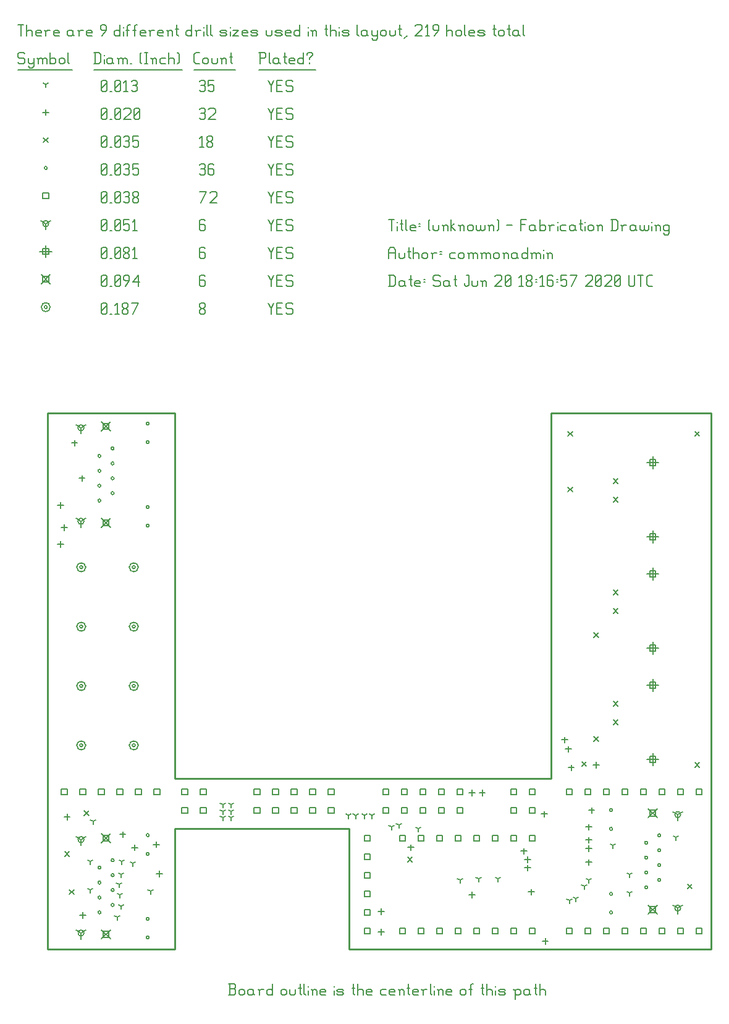
<source format=gbr>
G04 start of page 16 for group -3984 idx -3984 *
G04 Title: (unknown), fab *
G04 Creator: pcb 4.2.0 *
G04 CreationDate: Sat Jun 20 18:16:57 2020 UTC *
G04 For: commonadmin *
G04 Format: Gerber/RS-274X *
G04 PCB-Dimensions (mil): 4000.00 3500.00 *
G04 PCB-Coordinate-Origin: lower left *
%MOIN*%
%FSLAX25Y25*%
%LNFAB*%
%ADD188C,0.0100*%
%ADD187C,0.0075*%
%ADD186C,0.0060*%
%ADD185R,0.0080X0.0080*%
G54D185*X33354Y125000D02*G75*G03X34954Y125000I800J0D01*G01*
G75*G03X33354Y125000I-800J0D01*G01*
X31754D02*G75*G03X36554Y125000I2400J0D01*G01*
G75*G03X31754Y125000I-2400J0D01*G01*
X61700D02*G75*G03X63300Y125000I800J0D01*G01*
G75*G03X61700Y125000I-800J0D01*G01*
X60100D02*G75*G03X64900Y125000I2400J0D01*G01*
G75*G03X60100Y125000I-2400J0D01*G01*
X33354Y221000D02*G75*G03X34954Y221000I800J0D01*G01*
G75*G03X33354Y221000I-800J0D01*G01*
X31754D02*G75*G03X36554Y221000I2400J0D01*G01*
G75*G03X31754Y221000I-2400J0D01*G01*
X61700D02*G75*G03X63300Y221000I800J0D01*G01*
G75*G03X61700Y221000I-800J0D01*G01*
X60100D02*G75*G03X64900Y221000I2400J0D01*G01*
G75*G03X60100Y221000I-2400J0D01*G01*
X33354Y189000D02*G75*G03X34954Y189000I800J0D01*G01*
G75*G03X33354Y189000I-800J0D01*G01*
X31754D02*G75*G03X36554Y189000I2400J0D01*G01*
G75*G03X31754Y189000I-2400J0D01*G01*
X61700D02*G75*G03X63300Y189000I800J0D01*G01*
G75*G03X61700Y189000I-800J0D01*G01*
X60100D02*G75*G03X64900Y189000I2400J0D01*G01*
G75*G03X60100Y189000I-2400J0D01*G01*
X33354Y157000D02*G75*G03X34954Y157000I800J0D01*G01*
G75*G03X33354Y157000I-800J0D01*G01*
X31754D02*G75*G03X36554Y157000I2400J0D01*G01*
G75*G03X31754Y157000I-2400J0D01*G01*
X61700D02*G75*G03X63300Y157000I800J0D01*G01*
G75*G03X61700Y157000I-800J0D01*G01*
X60100D02*G75*G03X64900Y157000I2400J0D01*G01*
G75*G03X60100Y157000I-2400J0D01*G01*
X14200Y361250D02*G75*G03X15800Y361250I800J0D01*G01*
G75*G03X14200Y361250I-800J0D01*G01*
X12600D02*G75*G03X17400Y361250I2400J0D01*G01*
G75*G03X12600Y361250I-2400J0D01*G01*
G54D186*X135000Y363500D02*X136500Y360500D01*
X138000Y363500D01*
X136500Y360500D02*Y357500D01*
X139800Y360800D02*X142050D01*
X139800Y357500D02*X142800D01*
X139800Y363500D02*Y357500D01*
Y363500D02*X142800D01*
X147600D02*X148350Y362750D01*
X145350Y363500D02*X147600D01*
X144600Y362750D02*X145350Y363500D01*
X144600Y362750D02*Y361250D01*
X145350Y360500D01*
X147600D01*
X148350Y359750D01*
Y358250D01*
X147600Y357500D02*X148350Y358250D01*
X145350Y357500D02*X147600D01*
X144600Y358250D02*X145350Y357500D01*
X98000Y358250D02*X98750Y357500D01*
X98000Y359450D02*Y358250D01*
Y359450D02*X99050Y360500D01*
X99950D01*
X101000Y359450D01*
Y358250D01*
X100250Y357500D02*X101000Y358250D01*
X98750Y357500D02*X100250D01*
X98000Y361550D02*X99050Y360500D01*
X98000Y362750D02*Y361550D01*
Y362750D02*X98750Y363500D01*
X100250D01*
X101000Y362750D01*
Y361550D01*
X99950Y360500D02*X101000Y361550D01*
X45000Y358250D02*X45750Y357500D01*
X45000Y362750D02*Y358250D01*
Y362750D02*X45750Y363500D01*
X47250D01*
X48000Y362750D01*
Y358250D01*
X47250Y357500D02*X48000Y358250D01*
X45750Y357500D02*X47250D01*
X45000Y359000D02*X48000Y362000D01*
X49800Y357500D02*X50550D01*
X52350Y362300D02*X53550Y363500D01*
Y357500D01*
X52350D02*X54600D01*
X56400Y358250D02*X57150Y357500D01*
X56400Y359450D02*Y358250D01*
Y359450D02*X57450Y360500D01*
X58350D01*
X59400Y359450D01*
Y358250D01*
X58650Y357500D02*X59400Y358250D01*
X57150Y357500D02*X58650D01*
X56400Y361550D02*X57450Y360500D01*
X56400Y362750D02*Y361550D01*
Y362750D02*X57150Y363500D01*
X58650D01*
X59400Y362750D01*
Y361550D01*
X58350Y360500D02*X59400Y361550D01*
X61950Y357500D02*X64950Y363500D01*
X61200D02*X64950D01*
X340100Y90884D02*X344900Y86084D01*
X340100D02*X344900Y90884D01*
X340900Y90084D02*X344100D01*
X340900D02*Y86884D01*
X344100D01*
Y90084D02*Y86884D01*
X340100Y38916D02*X344900Y34116D01*
X340100D02*X344900Y38916D01*
X340900Y38116D02*X344100D01*
X340900D02*Y34916D01*
X344100D01*
Y38116D02*Y34916D01*
X45100Y247400D02*X49900Y242600D01*
X45100D02*X49900Y247400D01*
X45900Y246600D02*X49100D01*
X45900D02*Y243400D01*
X49100D01*
Y246600D02*Y243400D01*
X45100Y299369D02*X49900Y294569D01*
X45100D02*X49900Y299369D01*
X45900Y298569D02*X49100D01*
X45900D02*Y295369D01*
X49100D01*
Y298569D02*Y295369D01*
X45143Y25439D02*X49943Y20639D01*
X45143D02*X49943Y25439D01*
X45943Y24639D02*X49143D01*
X45943D02*Y21439D01*
X49143D01*
Y24639D02*Y21439D01*
X45143Y77408D02*X49943Y72608D01*
X45143D02*X49943Y77408D01*
X45943Y76608D02*X49143D01*
X45943D02*Y73408D01*
X49143D01*
Y76608D02*Y73408D01*
X12600Y378650D02*X17400Y373850D01*
X12600D02*X17400Y378650D01*
X13400Y377850D02*X16600D01*
X13400D02*Y374650D01*
X16600D01*
Y377850D02*Y374650D01*
X135000Y378500D02*X136500Y375500D01*
X138000Y378500D01*
X136500Y375500D02*Y372500D01*
X139800Y375800D02*X142050D01*
X139800Y372500D02*X142800D01*
X139800Y378500D02*Y372500D01*
Y378500D02*X142800D01*
X147600D02*X148350Y377750D01*
X145350Y378500D02*X147600D01*
X144600Y377750D02*X145350Y378500D01*
X144600Y377750D02*Y376250D01*
X145350Y375500D01*
X147600D01*
X148350Y374750D01*
Y373250D01*
X147600Y372500D02*X148350Y373250D01*
X145350Y372500D02*X147600D01*
X144600Y373250D02*X145350Y372500D01*
X100250Y378500D02*X101000Y377750D01*
X98750Y378500D02*X100250D01*
X98000Y377750D02*X98750Y378500D01*
X98000Y377750D02*Y373250D01*
X98750Y372500D01*
X100250Y375800D02*X101000Y375050D01*
X98000Y375800D02*X100250D01*
X98750Y372500D02*X100250D01*
X101000Y373250D01*
Y375050D02*Y373250D01*
X45000D02*X45750Y372500D01*
X45000Y377750D02*Y373250D01*
Y377750D02*X45750Y378500D01*
X47250D01*
X48000Y377750D01*
Y373250D01*
X47250Y372500D02*X48000Y373250D01*
X45750Y372500D02*X47250D01*
X45000Y374000D02*X48000Y377000D01*
X49800Y372500D02*X50550D01*
X52350Y373250D02*X53100Y372500D01*
X52350Y377750D02*Y373250D01*
Y377750D02*X53100Y378500D01*
X54600D01*
X55350Y377750D01*
Y373250D01*
X54600Y372500D02*X55350Y373250D01*
X53100Y372500D02*X54600D01*
X52350Y374000D02*X55350Y377000D01*
X57900Y372500D02*X60150Y375500D01*
Y377750D02*Y375500D01*
X59400Y378500D02*X60150Y377750D01*
X57900Y378500D02*X59400D01*
X57150Y377750D02*X57900Y378500D01*
X57150Y377750D02*Y376250D01*
X57900Y375500D01*
X60150D01*
X61950Y374750D02*X64950Y378500D01*
X61950Y374750D02*X65700D01*
X64950Y378500D02*Y372500D01*
X342500Y160700D02*Y154300D01*
X339300Y157500D02*X345700D01*
X340900Y159100D02*X344100D01*
X340900D02*Y155900D01*
X344100D01*
Y159100D02*Y155900D01*
X342500Y120700D02*Y114300D01*
X339300Y117500D02*X345700D01*
X340900Y119100D02*X344100D01*
X340900D02*Y115900D01*
X344100D01*
Y119100D02*Y115900D01*
X342500Y220700D02*Y214300D01*
X339300Y217500D02*X345700D01*
X340900Y219100D02*X344100D01*
X340900D02*Y215900D01*
X344100D01*
Y219100D02*Y215900D01*
X342500Y180700D02*Y174300D01*
X339300Y177500D02*X345700D01*
X340900Y179100D02*X344100D01*
X340900D02*Y175900D01*
X344100D01*
Y179100D02*Y175900D01*
X342500Y280700D02*Y274300D01*
X339300Y277500D02*X345700D01*
X340900Y279100D02*X344100D01*
X340900D02*Y275900D01*
X344100D01*
Y279100D02*Y275900D01*
X342500Y240700D02*Y234300D01*
X339300Y237500D02*X345700D01*
X340900Y239100D02*X344100D01*
X340900D02*Y235900D01*
X344100D01*
Y239100D02*Y235900D01*
X15000Y394450D02*Y388050D01*
X11800Y391250D02*X18200D01*
X13400Y392850D02*X16600D01*
X13400D02*Y389650D01*
X16600D01*
Y392850D02*Y389650D01*
X135000Y393500D02*X136500Y390500D01*
X138000Y393500D01*
X136500Y390500D02*Y387500D01*
X139800Y390800D02*X142050D01*
X139800Y387500D02*X142800D01*
X139800Y393500D02*Y387500D01*
Y393500D02*X142800D01*
X147600D02*X148350Y392750D01*
X145350Y393500D02*X147600D01*
X144600Y392750D02*X145350Y393500D01*
X144600Y392750D02*Y391250D01*
X145350Y390500D01*
X147600D01*
X148350Y389750D01*
Y388250D01*
X147600Y387500D02*X148350Y388250D01*
X145350Y387500D02*X147600D01*
X144600Y388250D02*X145350Y387500D01*
X100250Y393500D02*X101000Y392750D01*
X98750Y393500D02*X100250D01*
X98000Y392750D02*X98750Y393500D01*
X98000Y392750D02*Y388250D01*
X98750Y387500D01*
X100250Y390800D02*X101000Y390050D01*
X98000Y390800D02*X100250D01*
X98750Y387500D02*X100250D01*
X101000Y388250D01*
Y390050D02*Y388250D01*
X45000D02*X45750Y387500D01*
X45000Y392750D02*Y388250D01*
Y392750D02*X45750Y393500D01*
X47250D01*
X48000Y392750D01*
Y388250D01*
X47250Y387500D02*X48000Y388250D01*
X45750Y387500D02*X47250D01*
X45000Y389000D02*X48000Y392000D01*
X49800Y387500D02*X50550D01*
X52350Y388250D02*X53100Y387500D01*
X52350Y392750D02*Y388250D01*
Y392750D02*X53100Y393500D01*
X54600D01*
X55350Y392750D01*
Y388250D01*
X54600Y387500D02*X55350Y388250D01*
X53100Y387500D02*X54600D01*
X52350Y389000D02*X55350Y392000D01*
X57150Y388250D02*X57900Y387500D01*
X57150Y389450D02*Y388250D01*
Y389450D02*X58200Y390500D01*
X59100D01*
X60150Y389450D01*
Y388250D01*
X59400Y387500D02*X60150Y388250D01*
X57900Y387500D02*X59400D01*
X57150Y391550D02*X58200Y390500D01*
X57150Y392750D02*Y391550D01*
Y392750D02*X57900Y393500D01*
X59400D01*
X60150Y392750D01*
Y391550D01*
X59100Y390500D02*X60150Y391550D01*
X61950Y392300D02*X63150Y393500D01*
Y387500D01*
X61950D02*X64200D01*
X356004Y37303D02*Y34103D01*
Y37303D02*X358777Y38903D01*
X356004Y37303D02*X353231Y38903D01*
X354404Y37303D02*G75*G03X357604Y37303I1600J0D01*G01*
G75*G03X354404Y37303I-1600J0D01*G01*
X356004Y87697D02*Y84497D01*
Y87697D02*X358777Y89297D01*
X356004Y87697D02*X353231Y89297D01*
X354404Y87697D02*G75*G03X357604Y87697I1600J0D01*G01*
G75*G03X354404Y87697I-1600J0D01*G01*
X33996Y296181D02*Y292981D01*
Y296181D02*X36769Y297781D01*
X33996Y296181D02*X31223Y297781D01*
X32396Y296181D02*G75*G03X35596Y296181I1600J0D01*G01*
G75*G03X32396Y296181I-1600J0D01*G01*
X33996Y245787D02*Y242587D01*
Y245787D02*X36769Y247387D01*
X33996Y245787D02*X31223Y247387D01*
X32396Y245787D02*G75*G03X35596Y245787I1600J0D01*G01*
G75*G03X32396Y245787I-1600J0D01*G01*
X34039Y74220D02*Y71020D01*
Y74220D02*X36813Y75820D01*
X34039Y74220D02*X31266Y75820D01*
X32439Y74220D02*G75*G03X35639Y74220I1600J0D01*G01*
G75*G03X32439Y74220I-1600J0D01*G01*
X34039Y23827D02*Y20627D01*
Y23827D02*X36813Y25427D01*
X34039Y23827D02*X31266Y25427D01*
X32439Y23827D02*G75*G03X35639Y23827I1600J0D01*G01*
G75*G03X32439Y23827I-1600J0D01*G01*
X15000Y406250D02*Y403050D01*
Y406250D02*X17773Y407850D01*
X15000Y406250D02*X12227Y407850D01*
X13400Y406250D02*G75*G03X16600Y406250I1600J0D01*G01*
G75*G03X13400Y406250I-1600J0D01*G01*
X135000Y408500D02*X136500Y405500D01*
X138000Y408500D01*
X136500Y405500D02*Y402500D01*
X139800Y405800D02*X142050D01*
X139800Y402500D02*X142800D01*
X139800Y408500D02*Y402500D01*
Y408500D02*X142800D01*
X147600D02*X148350Y407750D01*
X145350Y408500D02*X147600D01*
X144600Y407750D02*X145350Y408500D01*
X144600Y407750D02*Y406250D01*
X145350Y405500D01*
X147600D01*
X148350Y404750D01*
Y403250D01*
X147600Y402500D02*X148350Y403250D01*
X145350Y402500D02*X147600D01*
X144600Y403250D02*X145350Y402500D01*
X100250Y408500D02*X101000Y407750D01*
X98750Y408500D02*X100250D01*
X98000Y407750D02*X98750Y408500D01*
X98000Y407750D02*Y403250D01*
X98750Y402500D01*
X100250Y405800D02*X101000Y405050D01*
X98000Y405800D02*X100250D01*
X98750Y402500D02*X100250D01*
X101000Y403250D01*
Y405050D02*Y403250D01*
X45000D02*X45750Y402500D01*
X45000Y407750D02*Y403250D01*
Y407750D02*X45750Y408500D01*
X47250D01*
X48000Y407750D01*
Y403250D01*
X47250Y402500D02*X48000Y403250D01*
X45750Y402500D02*X47250D01*
X45000Y404000D02*X48000Y407000D01*
X49800Y402500D02*X50550D01*
X52350Y403250D02*X53100Y402500D01*
X52350Y407750D02*Y403250D01*
Y407750D02*X53100Y408500D01*
X54600D01*
X55350Y407750D01*
Y403250D01*
X54600Y402500D02*X55350Y403250D01*
X53100Y402500D02*X54600D01*
X52350Y404000D02*X55350Y407000D01*
X57150Y408500D02*X60150D01*
X57150D02*Y405500D01*
X57900Y406250D01*
X59400D01*
X60150Y405500D01*
Y403250D01*
X59400Y402500D02*X60150Y403250D01*
X57900Y402500D02*X59400D01*
X57150Y403250D02*X57900Y402500D01*
X61950Y407300D02*X63150Y408500D01*
Y402500D01*
X61950D02*X64200D01*
X186900Y76600D02*X190100D01*
X186900D02*Y73400D01*
X190100D01*
Y76600D02*Y73400D01*
X186900Y66600D02*X190100D01*
X186900D02*Y63400D01*
X190100D01*
Y66600D02*Y63400D01*
X186900Y56600D02*X190100D01*
X186900D02*Y53400D01*
X190100D01*
Y56600D02*Y53400D01*
X186900Y46600D02*X190100D01*
X186900D02*Y43400D01*
X190100D01*
Y46600D02*Y43400D01*
X186900Y36600D02*X190100D01*
X186900D02*Y33400D01*
X190100D01*
Y36600D02*Y33400D01*
X186900Y26600D02*X190100D01*
X186900D02*Y23400D01*
X190100D01*
Y26600D02*Y23400D01*
X275900Y76600D02*X279100D01*
X275900D02*Y73400D01*
X279100D01*
Y76600D02*Y73400D01*
X265900Y76600D02*X269100D01*
X265900D02*Y73400D01*
X269100D01*
Y76600D02*Y73400D01*
X255900Y76600D02*X259100D01*
X255900D02*Y73400D01*
X259100D01*
Y76600D02*Y73400D01*
X245900Y76600D02*X249100D01*
X245900D02*Y73400D01*
X249100D01*
Y76600D02*Y73400D01*
X235900Y76600D02*X239100D01*
X235900D02*Y73400D01*
X239100D01*
Y76600D02*Y73400D01*
X225900Y76600D02*X229100D01*
X225900D02*Y73400D01*
X229100D01*
Y76600D02*Y73400D01*
X215900Y76600D02*X219100D01*
X215900D02*Y73400D01*
X219100D01*
Y76600D02*Y73400D01*
X205900Y76600D02*X209100D01*
X205900D02*Y73400D01*
X209100D01*
Y76600D02*Y73400D01*
X275900Y26600D02*X279100D01*
X275900D02*Y23400D01*
X279100D01*
Y26600D02*Y23400D01*
X265900Y26600D02*X269100D01*
X265900D02*Y23400D01*
X269100D01*
Y26600D02*Y23400D01*
X255900Y26600D02*X259100D01*
X255900D02*Y23400D01*
X259100D01*
Y26600D02*Y23400D01*
X245900Y26600D02*X249100D01*
X245900D02*Y23400D01*
X249100D01*
Y26600D02*Y23400D01*
X235900Y26600D02*X239100D01*
X235900D02*Y23400D01*
X239100D01*
Y26600D02*Y23400D01*
X225900Y26600D02*X229100D01*
X225900D02*Y23400D01*
X229100D01*
Y26600D02*Y23400D01*
X215900Y26600D02*X219100D01*
X215900D02*Y23400D01*
X219100D01*
Y26600D02*Y23400D01*
X205900Y26600D02*X209100D01*
X205900D02*Y23400D01*
X209100D01*
Y26600D02*Y23400D01*
X365900Y101600D02*X369100D01*
X365900D02*Y98400D01*
X369100D01*
Y101600D02*Y98400D01*
X355900Y101600D02*X359100D01*
X355900D02*Y98400D01*
X359100D01*
Y101600D02*Y98400D01*
X345900Y101600D02*X349100D01*
X345900D02*Y98400D01*
X349100D01*
Y101600D02*Y98400D01*
X335900Y101600D02*X339100D01*
X335900D02*Y98400D01*
X339100D01*
Y101600D02*Y98400D01*
X325900Y101600D02*X329100D01*
X325900D02*Y98400D01*
X329100D01*
Y101600D02*Y98400D01*
X315900Y101600D02*X319100D01*
X315900D02*Y98400D01*
X319100D01*
Y101600D02*Y98400D01*
X305900Y101600D02*X309100D01*
X305900D02*Y98400D01*
X309100D01*
Y101600D02*Y98400D01*
X295900Y101600D02*X299100D01*
X295900D02*Y98400D01*
X299100D01*
Y101600D02*Y98400D01*
X365900Y26600D02*X369100D01*
X365900D02*Y23400D01*
X369100D01*
Y26600D02*Y23400D01*
X355900Y26600D02*X359100D01*
X355900D02*Y23400D01*
X359100D01*
Y26600D02*Y23400D01*
X345900Y26600D02*X349100D01*
X345900D02*Y23400D01*
X349100D01*
Y26600D02*Y23400D01*
X335900Y26600D02*X339100D01*
X335900D02*Y23400D01*
X339100D01*
Y26600D02*Y23400D01*
X325900Y26600D02*X329100D01*
X325900D02*Y23400D01*
X329100D01*
Y26600D02*Y23400D01*
X315900Y26600D02*X319100D01*
X315900D02*Y23400D01*
X319100D01*
Y26600D02*Y23400D01*
X305900Y26600D02*X309100D01*
X305900D02*Y23400D01*
X309100D01*
Y26600D02*Y23400D01*
X295900Y26600D02*X299100D01*
X295900D02*Y23400D01*
X299100D01*
Y26600D02*Y23400D01*
X127400Y91600D02*X130600D01*
X127400D02*Y88400D01*
X130600D01*
Y91600D02*Y88400D01*
X127400Y101600D02*X130600D01*
X127400D02*Y98400D01*
X130600D01*
Y101600D02*Y98400D01*
X137400Y91600D02*X140600D01*
X137400D02*Y88400D01*
X140600D01*
Y91600D02*Y88400D01*
X137400Y101600D02*X140600D01*
X137400D02*Y98400D01*
X140600D01*
Y101600D02*Y98400D01*
X147400Y91600D02*X150600D01*
X147400D02*Y88400D01*
X150600D01*
Y91600D02*Y88400D01*
X147400Y101600D02*X150600D01*
X147400D02*Y98400D01*
X150600D01*
Y101600D02*Y98400D01*
X157400Y91600D02*X160600D01*
X157400D02*Y88400D01*
X160600D01*
Y91600D02*Y88400D01*
X157400Y101600D02*X160600D01*
X157400D02*Y98400D01*
X160600D01*
Y101600D02*Y98400D01*
X167400Y91600D02*X170600D01*
X167400D02*Y88400D01*
X170600D01*
Y91600D02*Y88400D01*
X167400Y101600D02*X170600D01*
X167400D02*Y98400D01*
X170600D01*
Y101600D02*Y98400D01*
X196900Y91600D02*X200100D01*
X196900D02*Y88400D01*
X200100D01*
Y91600D02*Y88400D01*
X196900Y101600D02*X200100D01*
X196900D02*Y98400D01*
X200100D01*
Y101600D02*Y98400D01*
X206900Y91600D02*X210100D01*
X206900D02*Y88400D01*
X210100D01*
Y91600D02*Y88400D01*
X206900Y101600D02*X210100D01*
X206900D02*Y98400D01*
X210100D01*
Y101600D02*Y98400D01*
X216900Y91600D02*X220100D01*
X216900D02*Y88400D01*
X220100D01*
Y91600D02*Y88400D01*
X216900Y101600D02*X220100D01*
X216900D02*Y98400D01*
X220100D01*
Y101600D02*Y98400D01*
X226900Y91600D02*X230100D01*
X226900D02*Y88400D01*
X230100D01*
Y91600D02*Y88400D01*
X226900Y101600D02*X230100D01*
X226900D02*Y98400D01*
X230100D01*
Y101600D02*Y98400D01*
X236900Y91600D02*X240100D01*
X236900D02*Y88400D01*
X240100D01*
Y91600D02*Y88400D01*
X236900Y101600D02*X240100D01*
X236900D02*Y98400D01*
X240100D01*
Y101600D02*Y98400D01*
X23400Y101600D02*X26600D01*
X23400D02*Y98400D01*
X26600D01*
Y101600D02*Y98400D01*
X33400Y101600D02*X36600D01*
X33400D02*Y98400D01*
X36600D01*
Y101600D02*Y98400D01*
X43400Y101600D02*X46600D01*
X43400D02*Y98400D01*
X46600D01*
Y101600D02*Y98400D01*
X53400Y101600D02*X56600D01*
X53400D02*Y98400D01*
X56600D01*
Y101600D02*Y98400D01*
X63400Y101600D02*X66600D01*
X63400D02*Y98400D01*
X66600D01*
Y101600D02*Y98400D01*
X73400Y101600D02*X76600D01*
X73400D02*Y98400D01*
X76600D01*
Y101600D02*Y98400D01*
X88400Y101600D02*X91600D01*
X88400D02*Y98400D01*
X91600D01*
Y101600D02*Y98400D01*
X88400Y91600D02*X91600D01*
X88400D02*Y88400D01*
X91600D01*
Y91600D02*Y88400D01*
X98400Y91600D02*X101600D01*
X98400D02*Y88400D01*
X101600D01*
Y91600D02*Y88400D01*
X98400Y101600D02*X101600D01*
X98400D02*Y98400D01*
X101600D01*
Y101600D02*Y98400D01*
X265900Y101600D02*X269100D01*
X265900D02*Y98400D01*
X269100D01*
Y101600D02*Y98400D01*
X265900Y91600D02*X269100D01*
X265900D02*Y88400D01*
X269100D01*
Y91600D02*Y88400D01*
X275900Y91600D02*X279100D01*
X275900D02*Y88400D01*
X279100D01*
Y91600D02*Y88400D01*
X275900Y101600D02*X279100D01*
X275900D02*Y98400D01*
X279100D01*
Y101600D02*Y98400D01*
X13400Y422850D02*X16600D01*
X13400D02*Y419650D01*
X16600D01*
Y422850D02*Y419650D01*
X135000Y423500D02*X136500Y420500D01*
X138000Y423500D01*
X136500Y420500D02*Y417500D01*
X139800Y420800D02*X142050D01*
X139800Y417500D02*X142800D01*
X139800Y423500D02*Y417500D01*
Y423500D02*X142800D01*
X147600D02*X148350Y422750D01*
X145350Y423500D02*X147600D01*
X144600Y422750D02*X145350Y423500D01*
X144600Y422750D02*Y421250D01*
X145350Y420500D01*
X147600D01*
X148350Y419750D01*
Y418250D01*
X147600Y417500D02*X148350Y418250D01*
X145350Y417500D02*X147600D01*
X144600Y418250D02*X145350Y417500D01*
X98750D02*X101750Y423500D01*
X98000D02*X101750D01*
X103550Y422750D02*X104300Y423500D01*
X106550D01*
X107300Y422750D01*
Y421250D01*
X103550Y417500D02*X107300Y421250D01*
X103550Y417500D02*X107300D01*
X45000Y418250D02*X45750Y417500D01*
X45000Y422750D02*Y418250D01*
Y422750D02*X45750Y423500D01*
X47250D01*
X48000Y422750D01*
Y418250D01*
X47250Y417500D02*X48000Y418250D01*
X45750Y417500D02*X47250D01*
X45000Y419000D02*X48000Y422000D01*
X49800Y417500D02*X50550D01*
X52350Y418250D02*X53100Y417500D01*
X52350Y422750D02*Y418250D01*
Y422750D02*X53100Y423500D01*
X54600D01*
X55350Y422750D01*
Y418250D01*
X54600Y417500D02*X55350Y418250D01*
X53100Y417500D02*X54600D01*
X52350Y419000D02*X55350Y422000D01*
X57150Y422750D02*X57900Y423500D01*
X59400D01*
X60150Y422750D01*
X59400Y417500D02*X60150Y418250D01*
X57900Y417500D02*X59400D01*
X57150Y418250D02*X57900Y417500D01*
Y420800D02*X59400D01*
X60150Y422750D02*Y421550D01*
Y420050D02*Y418250D01*
Y420050D02*X59400Y420800D01*
X60150Y421550D02*X59400Y420800D01*
X61950Y418250D02*X62700Y417500D01*
X61950Y419450D02*Y418250D01*
Y419450D02*X63000Y420500D01*
X63900D01*
X64950Y419450D01*
Y418250D01*
X64200Y417500D02*X64950Y418250D01*
X62700Y417500D02*X64200D01*
X61950Y421550D02*X63000Y420500D01*
X61950Y422750D02*Y421550D01*
Y422750D02*X62700Y423500D01*
X64200D01*
X64950Y422750D01*
Y421550D01*
X63900Y420500D02*X64950Y421550D01*
X319220Y44980D02*G75*G03X320820Y44980I800J0D01*G01*
G75*G03X319220Y44980I-800J0D01*G01*
Y34941D02*G75*G03X320820Y34941I800J0D01*G01*
G75*G03X319220Y34941I-800J0D01*G01*
X345243Y60492D02*G75*G03X346843Y60492I800J0D01*G01*
G75*G03X345243Y60492I-800J0D01*G01*
Y52461D02*G75*G03X346843Y52461I800J0D01*G01*
G75*G03X345243Y52461I-800J0D01*G01*
Y68524D02*G75*G03X346843Y68524I800J0D01*G01*
G75*G03X345243Y68524I-800J0D01*G01*
Y76555D02*G75*G03X346843Y76555I800J0D01*G01*
G75*G03X345243Y76555I-800J0D01*G01*
X338157Y64508D02*G75*G03X339757Y64508I800J0D01*G01*
G75*G03X338157Y64508I-800J0D01*G01*
Y72539D02*G75*G03X339757Y72539I800J0D01*G01*
G75*G03X338157Y72539I-800J0D01*G01*
Y56476D02*G75*G03X339757Y56476I800J0D01*G01*
G75*G03X338157Y56476I-800J0D01*G01*
Y48445D02*G75*G03X339757Y48445I800J0D01*G01*
G75*G03X338157Y48445I-800J0D01*G01*
X319220Y90059D02*G75*G03X320820Y90059I800J0D01*G01*
G75*G03X319220Y90059I-800J0D01*G01*
Y80020D02*G75*G03X320820Y80020I800J0D01*G01*
G75*G03X319220Y80020I-800J0D01*G01*
X69180Y288504D02*G75*G03X70780Y288504I800J0D01*G01*
G75*G03X69180Y288504I-800J0D01*G01*
Y298543D02*G75*G03X70780Y298543I800J0D01*G01*
G75*G03X69180Y298543I-800J0D01*G01*
X43157Y272992D02*G75*G03X44757Y272992I800J0D01*G01*
G75*G03X43157Y272992I-800J0D01*G01*
Y281024D02*G75*G03X44757Y281024I800J0D01*G01*
G75*G03X43157Y281024I-800J0D01*G01*
Y264961D02*G75*G03X44757Y264961I800J0D01*G01*
G75*G03X43157Y264961I-800J0D01*G01*
Y256929D02*G75*G03X44757Y256929I800J0D01*G01*
G75*G03X43157Y256929I-800J0D01*G01*
X50243Y268976D02*G75*G03X51843Y268976I800J0D01*G01*
G75*G03X50243Y268976I-800J0D01*G01*
Y260945D02*G75*G03X51843Y260945I800J0D01*G01*
G75*G03X50243Y260945I-800J0D01*G01*
Y277008D02*G75*G03X51843Y277008I800J0D01*G01*
G75*G03X50243Y277008I-800J0D01*G01*
Y285039D02*G75*G03X51843Y285039I800J0D01*G01*
G75*G03X50243Y285039I-800J0D01*G01*
X69180Y243425D02*G75*G03X70780Y243425I800J0D01*G01*
G75*G03X69180Y243425I-800J0D01*G01*
Y253465D02*G75*G03X70780Y253465I800J0D01*G01*
G75*G03X69180Y253465I-800J0D01*G01*
X69224Y66543D02*G75*G03X70824Y66543I800J0D01*G01*
G75*G03X69224Y66543I-800J0D01*G01*
Y76583D02*G75*G03X70824Y76583I800J0D01*G01*
G75*G03X69224Y76583I-800J0D01*G01*
X43200Y51031D02*G75*G03X44800Y51031I800J0D01*G01*
G75*G03X43200Y51031I-800J0D01*G01*
Y59063D02*G75*G03X44800Y59063I800J0D01*G01*
G75*G03X43200Y59063I-800J0D01*G01*
Y43000D02*G75*G03X44800Y43000I800J0D01*G01*
G75*G03X43200Y43000I-800J0D01*G01*
Y34969D02*G75*G03X44800Y34969I800J0D01*G01*
G75*G03X43200Y34969I-800J0D01*G01*
X50287Y47016D02*G75*G03X51887Y47016I800J0D01*G01*
G75*G03X50287Y47016I-800J0D01*G01*
Y38984D02*G75*G03X51887Y38984I800J0D01*G01*
G75*G03X50287Y38984I-800J0D01*G01*
Y55047D02*G75*G03X51887Y55047I800J0D01*G01*
G75*G03X50287Y55047I-800J0D01*G01*
Y63079D02*G75*G03X51887Y63079I800J0D01*G01*
G75*G03X50287Y63079I-800J0D01*G01*
X69224Y21465D02*G75*G03X70824Y21465I800J0D01*G01*
G75*G03X69224Y21465I-800J0D01*G01*
Y31504D02*G75*G03X70824Y31504I800J0D01*G01*
G75*G03X69224Y31504I-800J0D01*G01*
X14200Y436250D02*G75*G03X15800Y436250I800J0D01*G01*
G75*G03X14200Y436250I-800J0D01*G01*
X135000Y438500D02*X136500Y435500D01*
X138000Y438500D01*
X136500Y435500D02*Y432500D01*
X139800Y435800D02*X142050D01*
X139800Y432500D02*X142800D01*
X139800Y438500D02*Y432500D01*
Y438500D02*X142800D01*
X147600D02*X148350Y437750D01*
X145350Y438500D02*X147600D01*
X144600Y437750D02*X145350Y438500D01*
X144600Y437750D02*Y436250D01*
X145350Y435500D01*
X147600D01*
X148350Y434750D01*
Y433250D01*
X147600Y432500D02*X148350Y433250D01*
X145350Y432500D02*X147600D01*
X144600Y433250D02*X145350Y432500D01*
X98000Y437750D02*X98750Y438500D01*
X100250D01*
X101000Y437750D01*
X100250Y432500D02*X101000Y433250D01*
X98750Y432500D02*X100250D01*
X98000Y433250D02*X98750Y432500D01*
Y435800D02*X100250D01*
X101000Y437750D02*Y436550D01*
Y435050D02*Y433250D01*
Y435050D02*X100250Y435800D01*
X101000Y436550D02*X100250Y435800D01*
X105050Y438500D02*X105800Y437750D01*
X103550Y438500D02*X105050D01*
X102800Y437750D02*X103550Y438500D01*
X102800Y437750D02*Y433250D01*
X103550Y432500D01*
X105050Y435800D02*X105800Y435050D01*
X102800Y435800D02*X105050D01*
X103550Y432500D02*X105050D01*
X105800Y433250D01*
Y435050D02*Y433250D01*
X45000D02*X45750Y432500D01*
X45000Y437750D02*Y433250D01*
Y437750D02*X45750Y438500D01*
X47250D01*
X48000Y437750D01*
Y433250D01*
X47250Y432500D02*X48000Y433250D01*
X45750Y432500D02*X47250D01*
X45000Y434000D02*X48000Y437000D01*
X49800Y432500D02*X50550D01*
X52350Y433250D02*X53100Y432500D01*
X52350Y437750D02*Y433250D01*
Y437750D02*X53100Y438500D01*
X54600D01*
X55350Y437750D01*
Y433250D01*
X54600Y432500D02*X55350Y433250D01*
X53100Y432500D02*X54600D01*
X52350Y434000D02*X55350Y437000D01*
X57150Y437750D02*X57900Y438500D01*
X59400D01*
X60150Y437750D01*
X59400Y432500D02*X60150Y433250D01*
X57900Y432500D02*X59400D01*
X57150Y433250D02*X57900Y432500D01*
Y435800D02*X59400D01*
X60150Y437750D02*Y436550D01*
Y435050D02*Y433250D01*
Y435050D02*X59400Y435800D01*
X60150Y436550D02*X59400Y435800D01*
X61950Y438500D02*X64950D01*
X61950D02*Y435500D01*
X62700Y436250D01*
X64200D01*
X64950Y435500D01*
Y433250D01*
X64200Y432500D02*X64950Y433250D01*
X62700Y432500D02*X64200D01*
X61950Y433250D02*X62700Y432500D01*
X321300Y138700D02*X323700Y136300D01*
X321300D02*X323700Y138700D01*
X321300Y148700D02*X323700Y146300D01*
X321300D02*X323700Y148700D01*
X321300Y198700D02*X323700Y196300D01*
X321300D02*X323700Y198700D01*
X321300Y208700D02*X323700Y206300D01*
X321300D02*X323700Y208700D01*
X321300Y258700D02*X323700Y256300D01*
X321300D02*X323700Y258700D01*
X321300Y268700D02*X323700Y266300D01*
X321300D02*X323700Y268700D01*
X361300Y50169D02*X363700Y47769D01*
X361300D02*X363700Y50169D01*
X210300Y64669D02*X212700Y62269D01*
X210300D02*X212700Y64669D01*
X296800Y264169D02*X299200Y261769D01*
X296800D02*X299200Y264169D01*
X296800Y294169D02*X299200Y291769D01*
X296800D02*X299200Y294169D01*
X365300Y115669D02*X367700Y113269D01*
X365300D02*X367700Y115669D01*
X365300Y294169D02*X367700Y291769D01*
X365300D02*X367700Y294169D01*
X310800Y185669D02*X313200Y183269D01*
X310800D02*X313200Y185669D01*
X310800Y129669D02*X313200Y127269D01*
X310800D02*X313200Y129669D01*
X27800Y47169D02*X30200Y44769D01*
X27800D02*X30200Y47169D01*
X25300Y67700D02*X27700Y65300D01*
X25300D02*X27700Y67700D01*
X304300Y116200D02*X306700Y113800D01*
X304300D02*X306700Y116200D01*
X35800Y89700D02*X38200Y87300D01*
X35800D02*X38200Y89700D01*
X13800Y452450D02*X16200Y450050D01*
X13800D02*X16200Y452450D01*
X135000Y453500D02*X136500Y450500D01*
X138000Y453500D01*
X136500Y450500D02*Y447500D01*
X139800Y450800D02*X142050D01*
X139800Y447500D02*X142800D01*
X139800Y453500D02*Y447500D01*
Y453500D02*X142800D01*
X147600D02*X148350Y452750D01*
X145350Y453500D02*X147600D01*
X144600Y452750D02*X145350Y453500D01*
X144600Y452750D02*Y451250D01*
X145350Y450500D01*
X147600D01*
X148350Y449750D01*
Y448250D01*
X147600Y447500D02*X148350Y448250D01*
X145350Y447500D02*X147600D01*
X144600Y448250D02*X145350Y447500D01*
X98000Y452300D02*X99200Y453500D01*
Y447500D01*
X98000D02*X100250D01*
X102050Y448250D02*X102800Y447500D01*
X102050Y449450D02*Y448250D01*
Y449450D02*X103100Y450500D01*
X104000D01*
X105050Y449450D01*
Y448250D01*
X104300Y447500D02*X105050Y448250D01*
X102800Y447500D02*X104300D01*
X102050Y451550D02*X103100Y450500D01*
X102050Y452750D02*Y451550D01*
Y452750D02*X102800Y453500D01*
X104300D01*
X105050Y452750D01*
Y451550D01*
X104000Y450500D02*X105050Y451550D01*
X45000Y448250D02*X45750Y447500D01*
X45000Y452750D02*Y448250D01*
Y452750D02*X45750Y453500D01*
X47250D01*
X48000Y452750D01*
Y448250D01*
X47250Y447500D02*X48000Y448250D01*
X45750Y447500D02*X47250D01*
X45000Y449000D02*X48000Y452000D01*
X49800Y447500D02*X50550D01*
X52350Y448250D02*X53100Y447500D01*
X52350Y452750D02*Y448250D01*
Y452750D02*X53100Y453500D01*
X54600D01*
X55350Y452750D01*
Y448250D01*
X54600Y447500D02*X55350Y448250D01*
X53100Y447500D02*X54600D01*
X52350Y449000D02*X55350Y452000D01*
X57150Y452750D02*X57900Y453500D01*
X59400D01*
X60150Y452750D01*
X59400Y447500D02*X60150Y448250D01*
X57900Y447500D02*X59400D01*
X57150Y448250D02*X57900Y447500D01*
Y450800D02*X59400D01*
X60150Y452750D02*Y451550D01*
Y450050D02*Y448250D01*
Y450050D02*X59400Y450800D01*
X60150Y451550D02*X59400Y450800D01*
X61950Y453500D02*X64950D01*
X61950D02*Y450500D01*
X62700Y451250D01*
X64200D01*
X64950Y450500D01*
Y448250D01*
X64200Y447500D02*X64950Y448250D01*
X62700Y447500D02*X64200D01*
X61950Y448250D02*X62700Y447500D01*
X273000Y69569D02*Y66369D01*
X271400Y67969D02*X274600D01*
X56500Y78569D02*Y75369D01*
X54900Y76969D02*X58100D01*
X35000Y35069D02*Y31869D01*
X33400Y33469D02*X36600D01*
X63000Y71526D02*Y68326D01*
X61400Y69926D02*X64600D01*
X275000Y60600D02*Y57400D01*
X273400Y59000D02*X276600D01*
X275000Y65100D02*Y61900D01*
X273400Y63500D02*X276600D01*
X308000Y63600D02*Y60400D01*
X306400Y62000D02*X309600D01*
X308000Y82600D02*Y79400D01*
X306400Y81000D02*X309600D01*
X308000Y75600D02*Y72400D01*
X306400Y74000D02*X309600D01*
X308000Y71100D02*Y67900D01*
X306400Y69500D02*X309600D01*
X245000Y46069D02*Y42869D01*
X243400Y44469D02*X246600D01*
X277000Y47600D02*Y44400D01*
X275400Y46000D02*X278600D01*
X250500Y101100D02*Y97900D01*
X248900Y99500D02*X252100D01*
X245000Y101100D02*Y97900D01*
X243400Y99500D02*X246600D01*
X295000Y129600D02*Y126400D01*
X293400Y128000D02*X296600D01*
X297000Y124600D02*Y121400D01*
X295400Y123000D02*X298600D01*
X312000Y116100D02*Y112900D01*
X310400Y114500D02*X313600D01*
X298500Y114600D02*Y111400D01*
X296900Y113000D02*X300100D01*
X212000Y71600D02*Y68400D01*
X210400Y70000D02*X213600D01*
X284000Y89600D02*Y86400D01*
X282400Y88000D02*X285600D01*
X309500Y91600D02*Y88400D01*
X307900Y90000D02*X311100D01*
X196000Y26100D02*Y22900D01*
X194400Y24500D02*X197600D01*
X284500Y21100D02*Y17900D01*
X282900Y19500D02*X286100D01*
X196000Y37014D02*Y33814D01*
X194400Y35414D02*X197600D01*
X76400Y57400D02*Y54200D01*
X74800Y55800D02*X78000D01*
X74600Y73200D02*Y70000D01*
X73000Y71600D02*X76200D01*
X30500Y289600D02*Y286400D01*
X28900Y288000D02*X32100D01*
X26500Y88100D02*Y84900D01*
X24900Y86500D02*X28100D01*
X23000Y256100D02*Y252900D01*
X21400Y254500D02*X24600D01*
X25000Y244100D02*Y240900D01*
X23400Y242500D02*X26600D01*
X23000Y235100D02*Y231900D01*
X21400Y233500D02*X24600D01*
X34500Y270600D02*Y267400D01*
X32900Y269000D02*X36100D01*
X15000Y467850D02*Y464650D01*
X13400Y466250D02*X16600D01*
X135000Y468500D02*X136500Y465500D01*
X138000Y468500D01*
X136500Y465500D02*Y462500D01*
X139800Y465800D02*X142050D01*
X139800Y462500D02*X142800D01*
X139800Y468500D02*Y462500D01*
Y468500D02*X142800D01*
X147600D02*X148350Y467750D01*
X145350Y468500D02*X147600D01*
X144600Y467750D02*X145350Y468500D01*
X144600Y467750D02*Y466250D01*
X145350Y465500D01*
X147600D01*
X148350Y464750D01*
Y463250D01*
X147600Y462500D02*X148350Y463250D01*
X145350Y462500D02*X147600D01*
X144600Y463250D02*X145350Y462500D01*
X98000Y467750D02*X98750Y468500D01*
X100250D01*
X101000Y467750D01*
X100250Y462500D02*X101000Y463250D01*
X98750Y462500D02*X100250D01*
X98000Y463250D02*X98750Y462500D01*
Y465800D02*X100250D01*
X101000Y467750D02*Y466550D01*
Y465050D02*Y463250D01*
Y465050D02*X100250Y465800D01*
X101000Y466550D02*X100250Y465800D01*
X102800Y467750D02*X103550Y468500D01*
X105800D01*
X106550Y467750D01*
Y466250D01*
X102800Y462500D02*X106550Y466250D01*
X102800Y462500D02*X106550D01*
X45000Y463250D02*X45750Y462500D01*
X45000Y467750D02*Y463250D01*
Y467750D02*X45750Y468500D01*
X47250D01*
X48000Y467750D01*
Y463250D01*
X47250Y462500D02*X48000Y463250D01*
X45750Y462500D02*X47250D01*
X45000Y464000D02*X48000Y467000D01*
X49800Y462500D02*X50550D01*
X52350Y463250D02*X53100Y462500D01*
X52350Y467750D02*Y463250D01*
Y467750D02*X53100Y468500D01*
X54600D01*
X55350Y467750D01*
Y463250D01*
X54600Y462500D02*X55350Y463250D01*
X53100Y462500D02*X54600D01*
X52350Y464000D02*X55350Y467000D01*
X57150Y467750D02*X57900Y468500D01*
X60150D01*
X60900Y467750D01*
Y466250D01*
X57150Y462500D02*X60900Y466250D01*
X57150Y462500D02*X60900D01*
X62700Y463250D02*X63450Y462500D01*
X62700Y467750D02*Y463250D01*
Y467750D02*X63450Y468500D01*
X64950D01*
X65700Y467750D01*
Y463250D01*
X64950Y462500D02*X65700Y463250D01*
X63450Y462500D02*X64950D01*
X62700Y464000D02*X65700Y467000D01*
X238500Y52469D02*Y50869D01*
Y52469D02*X239887Y53269D01*
X238500Y52469D02*X237113Y53269D01*
X248500Y52969D02*Y51369D01*
Y52969D02*X249887Y53769D01*
X248500Y52969D02*X247113Y53769D01*
X259000Y52969D02*Y51369D01*
Y52969D02*X260387Y53769D01*
X259000Y52969D02*X257613Y53769D01*
X39000Y62469D02*Y60869D01*
Y62469D02*X40387Y63269D01*
X39000Y62469D02*X37613Y63269D01*
X39000Y46969D02*Y45369D01*
Y46969D02*X40387Y47769D01*
X39000Y46969D02*X37613Y47769D01*
X40500Y83969D02*Y82369D01*
Y83969D02*X41887Y84769D01*
X40500Y83969D02*X39113Y84769D01*
X205500Y82000D02*Y80400D01*
Y82000D02*X206887Y82800D01*
X205500Y82000D02*X204113Y82800D01*
X216000Y80000D02*Y78400D01*
Y80000D02*X217387Y80800D01*
X216000Y80000D02*X214613Y80800D01*
X201500Y81000D02*Y79400D01*
Y81000D02*X202887Y81800D01*
X201500Y81000D02*X200113Y81800D01*
X187000Y87200D02*Y85600D01*
Y87200D02*X188387Y88000D01*
X187000Y87200D02*X185613Y88000D01*
X190900Y87200D02*Y85600D01*
Y87200D02*X192287Y88000D01*
X190900Y87200D02*X189513Y88000D01*
X178300Y87200D02*Y85600D01*
Y87200D02*X179687Y88000D01*
X178300Y87200D02*X176913Y88000D01*
X182200Y87200D02*Y85600D01*
Y87200D02*X183587Y88000D01*
X182200Y87200D02*X180813Y88000D01*
X308000Y52500D02*Y50900D01*
Y52500D02*X309387Y53300D01*
X308000Y52500D02*X306613Y53300D01*
X305500Y49000D02*Y47400D01*
Y49000D02*X306887Y49800D01*
X305500Y49000D02*X304113Y49800D01*
X297500Y41500D02*Y39900D01*
Y41500D02*X298887Y42300D01*
X297500Y41500D02*X296113Y42300D01*
X301000Y42500D02*Y40900D01*
Y42500D02*X302387Y43300D01*
X301000Y42500D02*X299613Y43300D01*
X330000Y55500D02*Y53900D01*
Y55500D02*X331387Y56300D01*
X330000Y55500D02*X328613Y56300D01*
X330000Y45500D02*Y43900D01*
Y45500D02*X331387Y46300D01*
X330000Y45500D02*X328613Y46300D01*
X321000Y71000D02*Y69400D01*
Y71000D02*X322387Y71800D01*
X321000Y71000D02*X319613Y71800D01*
X355000Y75500D02*Y73900D01*
Y75500D02*X356387Y76300D01*
X355000Y75500D02*X353613Y76300D01*
X55700Y55500D02*Y53900D01*
Y55500D02*X57087Y56300D01*
X55700Y55500D02*X54313Y56300D01*
X55000Y44500D02*Y42900D01*
Y44500D02*X56387Y45300D01*
X55000Y44500D02*X53613Y45300D01*
X55600Y38300D02*Y36700D01*
Y38300D02*X56987Y39100D01*
X55600Y38300D02*X54213Y39100D01*
X54500Y50000D02*Y48400D01*
Y50000D02*X55887Y50800D01*
X54500Y50000D02*X53113Y50800D01*
X53500Y32500D02*Y30900D01*
Y32500D02*X54887Y33300D01*
X53500Y32500D02*X52113Y33300D01*
X56000Y62500D02*Y60900D01*
Y62500D02*X57387Y63300D01*
X56000Y62500D02*X54613Y63300D01*
X62000Y61500D02*Y59900D01*
Y61500D02*X63387Y62300D01*
X62000Y61500D02*X60613Y62300D01*
X71500Y46500D02*Y44900D01*
Y46500D02*X72887Y47300D01*
X71500Y46500D02*X70113Y47300D01*
X110500Y86000D02*Y84400D01*
Y86000D02*X111887Y86800D01*
X110500Y86000D02*X109113Y86800D01*
X115000Y86000D02*Y84400D01*
Y86000D02*X116387Y86800D01*
X115000Y86000D02*X113613Y86800D01*
X115000Y89500D02*Y87900D01*
Y89500D02*X116387Y90300D01*
X115000Y89500D02*X113613Y90300D01*
X110500Y89500D02*Y87900D01*
Y89500D02*X111887Y90300D01*
X110500Y89500D02*X109113Y90300D01*
X110500Y93000D02*Y91400D01*
Y93000D02*X111887Y93800D01*
X110500Y93000D02*X109113Y93800D01*
X115000Y93000D02*Y91400D01*
Y93000D02*X116387Y93800D01*
X115000Y93000D02*X113613Y93800D01*
X15000Y481250D02*Y479650D01*
Y481250D02*X16387Y482050D01*
X15000Y481250D02*X13613Y482050D01*
X135000Y483500D02*X136500Y480500D01*
X138000Y483500D01*
X136500Y480500D02*Y477500D01*
X139800Y480800D02*X142050D01*
X139800Y477500D02*X142800D01*
X139800Y483500D02*Y477500D01*
Y483500D02*X142800D01*
X147600D02*X148350Y482750D01*
X145350Y483500D02*X147600D01*
X144600Y482750D02*X145350Y483500D01*
X144600Y482750D02*Y481250D01*
X145350Y480500D01*
X147600D01*
X148350Y479750D01*
Y478250D01*
X147600Y477500D02*X148350Y478250D01*
X145350Y477500D02*X147600D01*
X144600Y478250D02*X145350Y477500D01*
X98000Y482750D02*X98750Y483500D01*
X100250D01*
X101000Y482750D01*
X100250Y477500D02*X101000Y478250D01*
X98750Y477500D02*X100250D01*
X98000Y478250D02*X98750Y477500D01*
Y480800D02*X100250D01*
X101000Y482750D02*Y481550D01*
Y480050D02*Y478250D01*
Y480050D02*X100250Y480800D01*
X101000Y481550D02*X100250Y480800D01*
X102800Y483500D02*X105800D01*
X102800D02*Y480500D01*
X103550Y481250D01*
X105050D01*
X105800Y480500D01*
Y478250D01*
X105050Y477500D02*X105800Y478250D01*
X103550Y477500D02*X105050D01*
X102800Y478250D02*X103550Y477500D01*
X45000Y478250D02*X45750Y477500D01*
X45000Y482750D02*Y478250D01*
Y482750D02*X45750Y483500D01*
X47250D01*
X48000Y482750D01*
Y478250D01*
X47250Y477500D02*X48000Y478250D01*
X45750Y477500D02*X47250D01*
X45000Y479000D02*X48000Y482000D01*
X49800Y477500D02*X50550D01*
X52350Y478250D02*X53100Y477500D01*
X52350Y482750D02*Y478250D01*
Y482750D02*X53100Y483500D01*
X54600D01*
X55350Y482750D01*
Y478250D01*
X54600Y477500D02*X55350Y478250D01*
X53100Y477500D02*X54600D01*
X52350Y479000D02*X55350Y482000D01*
X57150Y482300D02*X58350Y483500D01*
Y477500D01*
X57150D02*X59400D01*
X61200Y482750D02*X61950Y483500D01*
X63450D01*
X64200Y482750D01*
X63450Y477500D02*X64200Y478250D01*
X61950Y477500D02*X63450D01*
X61200Y478250D02*X61950Y477500D01*
Y480800D02*X63450D01*
X64200Y482750D02*Y481550D01*
Y480050D02*Y478250D01*
Y480050D02*X63450Y480800D01*
X64200Y481550D02*X63450Y480800D01*
X3000Y498500D02*X3750Y497750D01*
X750Y498500D02*X3000D01*
X0Y497750D02*X750Y498500D01*
X0Y497750D02*Y496250D01*
X750Y495500D01*
X3000D01*
X3750Y494750D01*
Y493250D01*
X3000Y492500D02*X3750Y493250D01*
X750Y492500D02*X3000D01*
X0Y493250D02*X750Y492500D01*
X5550Y495500D02*Y493250D01*
X6300Y492500D01*
X8550Y495500D02*Y491000D01*
X7800Y490250D02*X8550Y491000D01*
X6300Y490250D02*X7800D01*
X5550Y491000D02*X6300Y490250D01*
Y492500D02*X7800D01*
X8550Y493250D01*
X11100Y494750D02*Y492500D01*
Y494750D02*X11850Y495500D01*
X12600D01*
X13350Y494750D01*
Y492500D01*
Y494750D02*X14100Y495500D01*
X14850D01*
X15600Y494750D01*
Y492500D01*
X10350Y495500D02*X11100Y494750D01*
X17400Y498500D02*Y492500D01*
Y493250D02*X18150Y492500D01*
X19650D01*
X20400Y493250D01*
Y494750D02*Y493250D01*
X19650Y495500D02*X20400Y494750D01*
X18150Y495500D02*X19650D01*
X17400Y494750D02*X18150Y495500D01*
X22200Y494750D02*Y493250D01*
Y494750D02*X22950Y495500D01*
X24450D01*
X25200Y494750D01*
Y493250D01*
X24450Y492500D02*X25200Y493250D01*
X22950Y492500D02*X24450D01*
X22200Y493250D02*X22950Y492500D01*
X27000Y498500D02*Y493250D01*
X27750Y492500D01*
X0Y489250D02*X29250D01*
X41750Y498500D02*Y492500D01*
X43700Y498500D02*X44750Y497450D01*
Y493550D01*
X43700Y492500D02*X44750Y493550D01*
X41000Y492500D02*X43700D01*
X41000Y498500D02*X43700D01*
G54D187*X46550Y497000D02*Y496850D01*
G54D186*Y494750D02*Y492500D01*
X50300Y495500D02*X51050Y494750D01*
X48800Y495500D02*X50300D01*
X48050Y494750D02*X48800Y495500D01*
X48050Y494750D02*Y493250D01*
X48800Y492500D01*
X51050Y495500D02*Y493250D01*
X51800Y492500D01*
X48800D02*X50300D01*
X51050Y493250D01*
X54350Y494750D02*Y492500D01*
Y494750D02*X55100Y495500D01*
X55850D01*
X56600Y494750D01*
Y492500D01*
Y494750D02*X57350Y495500D01*
X58100D01*
X58850Y494750D01*
Y492500D01*
X53600Y495500D02*X54350Y494750D01*
X60650Y492500D02*X61400D01*
X65900Y493250D02*X66650Y492500D01*
X65900Y497750D02*X66650Y498500D01*
X65900Y497750D02*Y493250D01*
X68450Y498500D02*X69950D01*
X69200D02*Y492500D01*
X68450D02*X69950D01*
X72500Y494750D02*Y492500D01*
Y494750D02*X73250Y495500D01*
X74000D01*
X74750Y494750D01*
Y492500D01*
X71750Y495500D02*X72500Y494750D01*
X77300Y495500D02*X79550D01*
X76550Y494750D02*X77300Y495500D01*
X76550Y494750D02*Y493250D01*
X77300Y492500D01*
X79550D01*
X81350Y498500D02*Y492500D01*
Y494750D02*X82100Y495500D01*
X83600D01*
X84350Y494750D01*
Y492500D01*
X86150Y498500D02*X86900Y497750D01*
Y493250D01*
X86150Y492500D02*X86900Y493250D01*
X41000Y489250D02*X88700D01*
X96050Y492500D02*X98000D01*
X95000Y493550D02*X96050Y492500D01*
X95000Y497450D02*Y493550D01*
Y497450D02*X96050Y498500D01*
X98000D01*
X99800Y494750D02*Y493250D01*
Y494750D02*X100550Y495500D01*
X102050D01*
X102800Y494750D01*
Y493250D01*
X102050Y492500D02*X102800Y493250D01*
X100550Y492500D02*X102050D01*
X99800Y493250D02*X100550Y492500D01*
X104600Y495500D02*Y493250D01*
X105350Y492500D01*
X106850D01*
X107600Y493250D01*
Y495500D02*Y493250D01*
X110150Y494750D02*Y492500D01*
Y494750D02*X110900Y495500D01*
X111650D01*
X112400Y494750D01*
Y492500D01*
X109400Y495500D02*X110150Y494750D01*
X114950Y498500D02*Y493250D01*
X115700Y492500D01*
X114200Y496250D02*X115700D01*
X95000Y489250D02*X117200D01*
X130750Y498500D02*Y492500D01*
X130000Y498500D02*X133000D01*
X133750Y497750D01*
Y496250D01*
X133000Y495500D02*X133750Y496250D01*
X130750Y495500D02*X133000D01*
X135550Y498500D02*Y493250D01*
X136300Y492500D01*
X140050Y495500D02*X140800Y494750D01*
X138550Y495500D02*X140050D01*
X137800Y494750D02*X138550Y495500D01*
X137800Y494750D02*Y493250D01*
X138550Y492500D01*
X140800Y495500D02*Y493250D01*
X141550Y492500D01*
X138550D02*X140050D01*
X140800Y493250D01*
X144100Y498500D02*Y493250D01*
X144850Y492500D01*
X143350Y496250D02*X144850D01*
X147100Y492500D02*X149350D01*
X146350Y493250D02*X147100Y492500D01*
X146350Y494750D02*Y493250D01*
Y494750D02*X147100Y495500D01*
X148600D01*
X149350Y494750D01*
X146350Y494000D02*X149350D01*
Y494750D02*Y494000D01*
X154150Y498500D02*Y492500D01*
X153400D02*X154150Y493250D01*
X151900Y492500D02*X153400D01*
X151150Y493250D02*X151900Y492500D01*
X151150Y494750D02*Y493250D01*
Y494750D02*X151900Y495500D01*
X153400D01*
X154150Y494750D01*
X157450Y495500D02*Y494750D01*
Y493250D02*Y492500D01*
X155950Y497750D02*Y497000D01*
Y497750D02*X156700Y498500D01*
X158200D01*
X158950Y497750D01*
Y497000D01*
X157450Y495500D02*X158950Y497000D01*
X130000Y489250D02*X160750D01*
X0Y513500D02*X3000D01*
X1500D02*Y507500D01*
X4800Y513500D02*Y507500D01*
Y509750D02*X5550Y510500D01*
X7050D01*
X7800Y509750D01*
Y507500D01*
X10350D02*X12600D01*
X9600Y508250D02*X10350Y507500D01*
X9600Y509750D02*Y508250D01*
Y509750D02*X10350Y510500D01*
X11850D01*
X12600Y509750D01*
X9600Y509000D02*X12600D01*
Y509750D02*Y509000D01*
X15150Y509750D02*Y507500D01*
Y509750D02*X15900Y510500D01*
X17400D01*
X14400D02*X15150Y509750D01*
X19950Y507500D02*X22200D01*
X19200Y508250D02*X19950Y507500D01*
X19200Y509750D02*Y508250D01*
Y509750D02*X19950Y510500D01*
X21450D01*
X22200Y509750D01*
X19200Y509000D02*X22200D01*
Y509750D02*Y509000D01*
X28950Y510500D02*X29700Y509750D01*
X27450Y510500D02*X28950D01*
X26700Y509750D02*X27450Y510500D01*
X26700Y509750D02*Y508250D01*
X27450Y507500D01*
X29700Y510500D02*Y508250D01*
X30450Y507500D01*
X27450D02*X28950D01*
X29700Y508250D01*
X33000Y509750D02*Y507500D01*
Y509750D02*X33750Y510500D01*
X35250D01*
X32250D02*X33000Y509750D01*
X37800Y507500D02*X40050D01*
X37050Y508250D02*X37800Y507500D01*
X37050Y509750D02*Y508250D01*
Y509750D02*X37800Y510500D01*
X39300D01*
X40050Y509750D01*
X37050Y509000D02*X40050D01*
Y509750D02*Y509000D01*
X45300Y507500D02*X47550Y510500D01*
Y512750D02*Y510500D01*
X46800Y513500D02*X47550Y512750D01*
X45300Y513500D02*X46800D01*
X44550Y512750D02*X45300Y513500D01*
X44550Y512750D02*Y511250D01*
X45300Y510500D01*
X47550D01*
X55050Y513500D02*Y507500D01*
X54300D02*X55050Y508250D01*
X52800Y507500D02*X54300D01*
X52050Y508250D02*X52800Y507500D01*
X52050Y509750D02*Y508250D01*
Y509750D02*X52800Y510500D01*
X54300D01*
X55050Y509750D01*
G54D187*X56850Y512000D02*Y511850D01*
G54D186*Y509750D02*Y507500D01*
X59100Y512750D02*Y507500D01*
Y512750D02*X59850Y513500D01*
X60600D01*
X58350Y510500D02*X59850D01*
X62850Y512750D02*Y507500D01*
Y512750D02*X63600Y513500D01*
X64350D01*
X62100Y510500D02*X63600D01*
X66600Y507500D02*X68850D01*
X65850Y508250D02*X66600Y507500D01*
X65850Y509750D02*Y508250D01*
Y509750D02*X66600Y510500D01*
X68100D01*
X68850Y509750D01*
X65850Y509000D02*X68850D01*
Y509750D02*Y509000D01*
X71400Y509750D02*Y507500D01*
Y509750D02*X72150Y510500D01*
X73650D01*
X70650D02*X71400Y509750D01*
X76200Y507500D02*X78450D01*
X75450Y508250D02*X76200Y507500D01*
X75450Y509750D02*Y508250D01*
Y509750D02*X76200Y510500D01*
X77700D01*
X78450Y509750D01*
X75450Y509000D02*X78450D01*
Y509750D02*Y509000D01*
X81000Y509750D02*Y507500D01*
Y509750D02*X81750Y510500D01*
X82500D01*
X83250Y509750D01*
Y507500D01*
X80250Y510500D02*X81000Y509750D01*
X85800Y513500D02*Y508250D01*
X86550Y507500D01*
X85050Y511250D02*X86550D01*
X93750Y513500D02*Y507500D01*
X93000D02*X93750Y508250D01*
X91500Y507500D02*X93000D01*
X90750Y508250D02*X91500Y507500D01*
X90750Y509750D02*Y508250D01*
Y509750D02*X91500Y510500D01*
X93000D01*
X93750Y509750D01*
X96300D02*Y507500D01*
Y509750D02*X97050Y510500D01*
X98550D01*
X95550D02*X96300Y509750D01*
G54D187*X100350Y512000D02*Y511850D01*
G54D186*Y509750D02*Y507500D01*
X101850Y513500D02*Y508250D01*
X102600Y507500D01*
X104100Y513500D02*Y508250D01*
X104850Y507500D01*
X109800D02*X112050D01*
X112800Y508250D01*
X112050Y509000D02*X112800Y508250D01*
X109800Y509000D02*X112050D01*
X109050Y509750D02*X109800Y509000D01*
X109050Y509750D02*X109800Y510500D01*
X112050D01*
X112800Y509750D01*
X109050Y508250D02*X109800Y507500D01*
G54D187*X114600Y512000D02*Y511850D01*
G54D186*Y509750D02*Y507500D01*
X116100Y510500D02*X119100D01*
X116100Y507500D02*X119100Y510500D01*
X116100Y507500D02*X119100D01*
X121650D02*X123900D01*
X120900Y508250D02*X121650Y507500D01*
X120900Y509750D02*Y508250D01*
Y509750D02*X121650Y510500D01*
X123150D01*
X123900Y509750D01*
X120900Y509000D02*X123900D01*
Y509750D02*Y509000D01*
X126450Y507500D02*X128700D01*
X129450Y508250D01*
X128700Y509000D02*X129450Y508250D01*
X126450Y509000D02*X128700D01*
X125700Y509750D02*X126450Y509000D01*
X125700Y509750D02*X126450Y510500D01*
X128700D01*
X129450Y509750D01*
X125700Y508250D02*X126450Y507500D01*
X133950Y510500D02*Y508250D01*
X134700Y507500D01*
X136200D01*
X136950Y508250D01*
Y510500D02*Y508250D01*
X139500Y507500D02*X141750D01*
X142500Y508250D01*
X141750Y509000D02*X142500Y508250D01*
X139500Y509000D02*X141750D01*
X138750Y509750D02*X139500Y509000D01*
X138750Y509750D02*X139500Y510500D01*
X141750D01*
X142500Y509750D01*
X138750Y508250D02*X139500Y507500D01*
X145050D02*X147300D01*
X144300Y508250D02*X145050Y507500D01*
X144300Y509750D02*Y508250D01*
Y509750D02*X145050Y510500D01*
X146550D01*
X147300Y509750D01*
X144300Y509000D02*X147300D01*
Y509750D02*Y509000D01*
X152100Y513500D02*Y507500D01*
X151350D02*X152100Y508250D01*
X149850Y507500D02*X151350D01*
X149100Y508250D02*X149850Y507500D01*
X149100Y509750D02*Y508250D01*
Y509750D02*X149850Y510500D01*
X151350D01*
X152100Y509750D01*
G54D187*X156600Y512000D02*Y511850D01*
G54D186*Y509750D02*Y507500D01*
X158850Y509750D02*Y507500D01*
Y509750D02*X159600Y510500D01*
X160350D01*
X161100Y509750D01*
Y507500D01*
X158100Y510500D02*X158850Y509750D01*
X166350Y513500D02*Y508250D01*
X167100Y507500D01*
X165600Y511250D02*X167100D01*
X168600Y513500D02*Y507500D01*
Y509750D02*X169350Y510500D01*
X170850D01*
X171600Y509750D01*
Y507500D01*
G54D187*X173400Y512000D02*Y511850D01*
G54D186*Y509750D02*Y507500D01*
X175650D02*X177900D01*
X178650Y508250D01*
X177900Y509000D02*X178650Y508250D01*
X175650Y509000D02*X177900D01*
X174900Y509750D02*X175650Y509000D01*
X174900Y509750D02*X175650Y510500D01*
X177900D01*
X178650Y509750D01*
X174900Y508250D02*X175650Y507500D01*
X183150Y513500D02*Y508250D01*
X183900Y507500D01*
X187650Y510500D02*X188400Y509750D01*
X186150Y510500D02*X187650D01*
X185400Y509750D02*X186150Y510500D01*
X185400Y509750D02*Y508250D01*
X186150Y507500D01*
X188400Y510500D02*Y508250D01*
X189150Y507500D01*
X186150D02*X187650D01*
X188400Y508250D01*
X190950Y510500D02*Y508250D01*
X191700Y507500D01*
X193950Y510500D02*Y506000D01*
X193200Y505250D02*X193950Y506000D01*
X191700Y505250D02*X193200D01*
X190950Y506000D02*X191700Y505250D01*
Y507500D02*X193200D01*
X193950Y508250D01*
X195750Y509750D02*Y508250D01*
Y509750D02*X196500Y510500D01*
X198000D01*
X198750Y509750D01*
Y508250D01*
X198000Y507500D02*X198750Y508250D01*
X196500Y507500D02*X198000D01*
X195750Y508250D02*X196500Y507500D01*
X200550Y510500D02*Y508250D01*
X201300Y507500D01*
X202800D01*
X203550Y508250D01*
Y510500D02*Y508250D01*
X206100Y513500D02*Y508250D01*
X206850Y507500D01*
X205350Y511250D02*X206850D01*
X208350Y506000D02*X209850Y507500D01*
X214350Y512750D02*X215100Y513500D01*
X217350D01*
X218100Y512750D01*
Y511250D01*
X214350Y507500D02*X218100Y511250D01*
X214350Y507500D02*X218100D01*
X219900Y512300D02*X221100Y513500D01*
Y507500D01*
X219900D02*X222150D01*
X224700D02*X226950Y510500D01*
Y512750D02*Y510500D01*
X226200Y513500D02*X226950Y512750D01*
X224700Y513500D02*X226200D01*
X223950Y512750D02*X224700Y513500D01*
X223950Y512750D02*Y511250D01*
X224700Y510500D01*
X226950D01*
X231450Y513500D02*Y507500D01*
Y509750D02*X232200Y510500D01*
X233700D01*
X234450Y509750D01*
Y507500D01*
X236250Y509750D02*Y508250D01*
Y509750D02*X237000Y510500D01*
X238500D01*
X239250Y509750D01*
Y508250D01*
X238500Y507500D02*X239250Y508250D01*
X237000Y507500D02*X238500D01*
X236250Y508250D02*X237000Y507500D01*
X241050Y513500D02*Y508250D01*
X241800Y507500D01*
X244050D02*X246300D01*
X243300Y508250D02*X244050Y507500D01*
X243300Y509750D02*Y508250D01*
Y509750D02*X244050Y510500D01*
X245550D01*
X246300Y509750D01*
X243300Y509000D02*X246300D01*
Y509750D02*Y509000D01*
X248850Y507500D02*X251100D01*
X251850Y508250D01*
X251100Y509000D02*X251850Y508250D01*
X248850Y509000D02*X251100D01*
X248100Y509750D02*X248850Y509000D01*
X248100Y509750D02*X248850Y510500D01*
X251100D01*
X251850Y509750D01*
X248100Y508250D02*X248850Y507500D01*
X257100Y513500D02*Y508250D01*
X257850Y507500D01*
X256350Y511250D02*X257850D01*
X259350Y509750D02*Y508250D01*
Y509750D02*X260100Y510500D01*
X261600D01*
X262350Y509750D01*
Y508250D01*
X261600Y507500D02*X262350Y508250D01*
X260100Y507500D02*X261600D01*
X259350Y508250D02*X260100Y507500D01*
X264900Y513500D02*Y508250D01*
X265650Y507500D01*
X264150Y511250D02*X265650D01*
X269400Y510500D02*X270150Y509750D01*
X267900Y510500D02*X269400D01*
X267150Y509750D02*X267900Y510500D01*
X267150Y509750D02*Y508250D01*
X267900Y507500D01*
X270150Y510500D02*Y508250D01*
X270900Y507500D01*
X267900D02*X269400D01*
X270150Y508250D01*
X272700Y513500D02*Y508250D01*
X273450Y507500D01*
G54D188*X178500Y80000D02*Y15000D01*
X84500Y80000D02*X178500D01*
X84500Y15000D02*Y80000D01*
X374000Y15000D02*X178500D01*
X287500Y304000D02*Y107000D01*
X374000Y304000D02*X287500D01*
X374000Y15000D02*Y304000D01*
X84500Y107000D02*X287500D01*
X16000Y304000D02*X84500D01*
Y107000D02*Y304000D01*
X16000Y15000D02*X84500D01*
X16000Y304000D02*Y15000D01*
G54D186*X113675Y-9500D02*X116675D01*
X117425Y-8750D01*
Y-6950D02*Y-8750D01*
X116675Y-6200D02*X117425Y-6950D01*
X114425Y-6200D02*X116675D01*
X114425Y-3500D02*Y-9500D01*
X113675Y-3500D02*X116675D01*
X117425Y-4250D01*
Y-5450D01*
X116675Y-6200D02*X117425Y-5450D01*
X119225Y-7250D02*Y-8750D01*
Y-7250D02*X119975Y-6500D01*
X121475D01*
X122225Y-7250D01*
Y-8750D01*
X121475Y-9500D02*X122225Y-8750D01*
X119975Y-9500D02*X121475D01*
X119225Y-8750D02*X119975Y-9500D01*
X126275Y-6500D02*X127025Y-7250D01*
X124775Y-6500D02*X126275D01*
X124025Y-7250D02*X124775Y-6500D01*
X124025Y-7250D02*Y-8750D01*
X124775Y-9500D01*
X127025Y-6500D02*Y-8750D01*
X127775Y-9500D01*
X124775D02*X126275D01*
X127025Y-8750D01*
X130325Y-7250D02*Y-9500D01*
Y-7250D02*X131075Y-6500D01*
X132575D01*
X129575D02*X130325Y-7250D01*
X137375Y-3500D02*Y-9500D01*
X136625D02*X137375Y-8750D01*
X135125Y-9500D02*X136625D01*
X134375Y-8750D02*X135125Y-9500D01*
X134375Y-7250D02*Y-8750D01*
Y-7250D02*X135125Y-6500D01*
X136625D01*
X137375Y-7250D01*
X141875D02*Y-8750D01*
Y-7250D02*X142625Y-6500D01*
X144125D01*
X144875Y-7250D01*
Y-8750D01*
X144125Y-9500D02*X144875Y-8750D01*
X142625Y-9500D02*X144125D01*
X141875Y-8750D02*X142625Y-9500D01*
X146675Y-6500D02*Y-8750D01*
X147425Y-9500D01*
X148925D01*
X149675Y-8750D01*
Y-6500D02*Y-8750D01*
X152225Y-3500D02*Y-8750D01*
X152975Y-9500D01*
X151475Y-5750D02*X152975D01*
X154475Y-3500D02*Y-8750D01*
X155225Y-9500D01*
G54D187*X156725Y-5000D02*Y-5150D01*
G54D186*Y-7250D02*Y-9500D01*
X158975Y-7250D02*Y-9500D01*
Y-7250D02*X159725Y-6500D01*
X160475D01*
X161225Y-7250D01*
Y-9500D01*
X158225Y-6500D02*X158975Y-7250D01*
X163775Y-9500D02*X166025D01*
X163025Y-8750D02*X163775Y-9500D01*
X163025Y-7250D02*Y-8750D01*
Y-7250D02*X163775Y-6500D01*
X165275D01*
X166025Y-7250D01*
X163025Y-8000D02*X166025D01*
Y-7250D02*Y-8000D01*
G54D187*X170525Y-5000D02*Y-5150D01*
G54D186*Y-7250D02*Y-9500D01*
X172775D02*X175025D01*
X175775Y-8750D01*
X175025Y-8000D02*X175775Y-8750D01*
X172775Y-8000D02*X175025D01*
X172025Y-7250D02*X172775Y-8000D01*
X172025Y-7250D02*X172775Y-6500D01*
X175025D01*
X175775Y-7250D01*
X172025Y-8750D02*X172775Y-9500D01*
X181025Y-3500D02*Y-8750D01*
X181775Y-9500D01*
X180275Y-5750D02*X181775D01*
X183275Y-3500D02*Y-9500D01*
Y-7250D02*X184025Y-6500D01*
X185525D01*
X186275Y-7250D01*
Y-9500D01*
X188825D02*X191075D01*
X188075Y-8750D02*X188825Y-9500D01*
X188075Y-7250D02*Y-8750D01*
Y-7250D02*X188825Y-6500D01*
X190325D01*
X191075Y-7250D01*
X188075Y-8000D02*X191075D01*
Y-7250D02*Y-8000D01*
X196325Y-6500D02*X198575D01*
X195575Y-7250D02*X196325Y-6500D01*
X195575Y-7250D02*Y-8750D01*
X196325Y-9500D01*
X198575D01*
X201125D02*X203375D01*
X200375Y-8750D02*X201125Y-9500D01*
X200375Y-7250D02*Y-8750D01*
Y-7250D02*X201125Y-6500D01*
X202625D01*
X203375Y-7250D01*
X200375Y-8000D02*X203375D01*
Y-7250D02*Y-8000D01*
X205925Y-7250D02*Y-9500D01*
Y-7250D02*X206675Y-6500D01*
X207425D01*
X208175Y-7250D01*
Y-9500D01*
X205175Y-6500D02*X205925Y-7250D01*
X210725Y-3500D02*Y-8750D01*
X211475Y-9500D01*
X209975Y-5750D02*X211475D01*
X213725Y-9500D02*X215975D01*
X212975Y-8750D02*X213725Y-9500D01*
X212975Y-7250D02*Y-8750D01*
Y-7250D02*X213725Y-6500D01*
X215225D01*
X215975Y-7250D01*
X212975Y-8000D02*X215975D01*
Y-7250D02*Y-8000D01*
X218525Y-7250D02*Y-9500D01*
Y-7250D02*X219275Y-6500D01*
X220775D01*
X217775D02*X218525Y-7250D01*
X222575Y-3500D02*Y-8750D01*
X223325Y-9500D01*
G54D187*X224825Y-5000D02*Y-5150D01*
G54D186*Y-7250D02*Y-9500D01*
X227075Y-7250D02*Y-9500D01*
Y-7250D02*X227825Y-6500D01*
X228575D01*
X229325Y-7250D01*
Y-9500D01*
X226325Y-6500D02*X227075Y-7250D01*
X231875Y-9500D02*X234125D01*
X231125Y-8750D02*X231875Y-9500D01*
X231125Y-7250D02*Y-8750D01*
Y-7250D02*X231875Y-6500D01*
X233375D01*
X234125Y-7250D01*
X231125Y-8000D02*X234125D01*
Y-7250D02*Y-8000D01*
X238625Y-7250D02*Y-8750D01*
Y-7250D02*X239375Y-6500D01*
X240875D01*
X241625Y-7250D01*
Y-8750D01*
X240875Y-9500D02*X241625Y-8750D01*
X239375Y-9500D02*X240875D01*
X238625Y-8750D02*X239375Y-9500D01*
X244175Y-4250D02*Y-9500D01*
Y-4250D02*X244925Y-3500D01*
X245675D01*
X243425Y-6500D02*X244925D01*
X250625Y-3500D02*Y-8750D01*
X251375Y-9500D01*
X249875Y-5750D02*X251375D01*
X252875Y-3500D02*Y-9500D01*
Y-7250D02*X253625Y-6500D01*
X255125D01*
X255875Y-7250D01*
Y-9500D01*
G54D187*X257675Y-5000D02*Y-5150D01*
G54D186*Y-7250D02*Y-9500D01*
X259925D02*X262175D01*
X262925Y-8750D01*
X262175Y-8000D02*X262925Y-8750D01*
X259925Y-8000D02*X262175D01*
X259175Y-7250D02*X259925Y-8000D01*
X259175Y-7250D02*X259925Y-6500D01*
X262175D01*
X262925Y-7250D01*
X259175Y-8750D02*X259925Y-9500D01*
X268175Y-7250D02*Y-11750D01*
X267425Y-6500D02*X268175Y-7250D01*
X268925Y-6500D01*
X270425D01*
X271175Y-7250D01*
Y-8750D01*
X270425Y-9500D02*X271175Y-8750D01*
X268925Y-9500D02*X270425D01*
X268175Y-8750D02*X268925Y-9500D01*
X275225Y-6500D02*X275975Y-7250D01*
X273725Y-6500D02*X275225D01*
X272975Y-7250D02*X273725Y-6500D01*
X272975Y-7250D02*Y-8750D01*
X273725Y-9500D01*
X275975Y-6500D02*Y-8750D01*
X276725Y-9500D01*
X273725D02*X275225D01*
X275975Y-8750D01*
X279275Y-3500D02*Y-8750D01*
X280025Y-9500D01*
X278525Y-5750D02*X280025D01*
X281525Y-3500D02*Y-9500D01*
Y-7250D02*X282275Y-6500D01*
X283775D01*
X284525Y-7250D01*
Y-9500D01*
X200750Y378500D02*Y372500D01*
X202700Y378500D02*X203750Y377450D01*
Y373550D01*
X202700Y372500D02*X203750Y373550D01*
X200000Y372500D02*X202700D01*
X200000Y378500D02*X202700D01*
X207800Y375500D02*X208550Y374750D01*
X206300Y375500D02*X207800D01*
X205550Y374750D02*X206300Y375500D01*
X205550Y374750D02*Y373250D01*
X206300Y372500D01*
X208550Y375500D02*Y373250D01*
X209300Y372500D01*
X206300D02*X207800D01*
X208550Y373250D01*
X211850Y378500D02*Y373250D01*
X212600Y372500D01*
X211100Y376250D02*X212600D01*
X214850Y372500D02*X217100D01*
X214100Y373250D02*X214850Y372500D01*
X214100Y374750D02*Y373250D01*
Y374750D02*X214850Y375500D01*
X216350D01*
X217100Y374750D01*
X214100Y374000D02*X217100D01*
Y374750D02*Y374000D01*
X218900Y376250D02*X219650D01*
X218900Y374750D02*X219650D01*
X227150Y378500D02*X227900Y377750D01*
X224900Y378500D02*X227150D01*
X224150Y377750D02*X224900Y378500D01*
X224150Y377750D02*Y376250D01*
X224900Y375500D01*
X227150D01*
X227900Y374750D01*
Y373250D01*
X227150Y372500D02*X227900Y373250D01*
X224900Y372500D02*X227150D01*
X224150Y373250D02*X224900Y372500D01*
X231950Y375500D02*X232700Y374750D01*
X230450Y375500D02*X231950D01*
X229700Y374750D02*X230450Y375500D01*
X229700Y374750D02*Y373250D01*
X230450Y372500D01*
X232700Y375500D02*Y373250D01*
X233450Y372500D01*
X230450D02*X231950D01*
X232700Y373250D01*
X236000Y378500D02*Y373250D01*
X236750Y372500D01*
X235250Y376250D02*X236750D01*
X242000Y378500D02*X243200D01*
Y373250D01*
X242450Y372500D02*X243200Y373250D01*
X241700Y372500D02*X242450D01*
X240950Y373250D02*X241700Y372500D01*
X240950Y374000D02*Y373250D01*
X245000Y375500D02*Y373250D01*
X245750Y372500D01*
X247250D01*
X248000Y373250D01*
Y375500D02*Y373250D01*
X250550Y374750D02*Y372500D01*
Y374750D02*X251300Y375500D01*
X252050D01*
X252800Y374750D01*
Y372500D01*
X249800Y375500D02*X250550Y374750D01*
X257300Y377750D02*X258050Y378500D01*
X260300D01*
X261050Y377750D01*
Y376250D01*
X257300Y372500D02*X261050Y376250D01*
X257300Y372500D02*X261050D01*
X262850Y373250D02*X263600Y372500D01*
X262850Y377750D02*Y373250D01*
Y377750D02*X263600Y378500D01*
X265100D01*
X265850Y377750D01*
Y373250D01*
X265100Y372500D02*X265850Y373250D01*
X263600Y372500D02*X265100D01*
X262850Y374000D02*X265850Y377000D01*
X270350Y377300D02*X271550Y378500D01*
Y372500D01*
X270350D02*X272600D01*
X274400Y373250D02*X275150Y372500D01*
X274400Y374450D02*Y373250D01*
Y374450D02*X275450Y375500D01*
X276350D01*
X277400Y374450D01*
Y373250D01*
X276650Y372500D02*X277400Y373250D01*
X275150Y372500D02*X276650D01*
X274400Y376550D02*X275450Y375500D01*
X274400Y377750D02*Y376550D01*
Y377750D02*X275150Y378500D01*
X276650D01*
X277400Y377750D01*
Y376550D01*
X276350Y375500D02*X277400Y376550D01*
X279200Y376250D02*X279950D01*
X279200Y374750D02*X279950D01*
X281750Y377300D02*X282950Y378500D01*
Y372500D01*
X281750D02*X284000D01*
X288050Y378500D02*X288800Y377750D01*
X286550Y378500D02*X288050D01*
X285800Y377750D02*X286550Y378500D01*
X285800Y377750D02*Y373250D01*
X286550Y372500D01*
X288050Y375800D02*X288800Y375050D01*
X285800Y375800D02*X288050D01*
X286550Y372500D02*X288050D01*
X288800Y373250D01*
Y375050D02*Y373250D01*
X290600Y376250D02*X291350D01*
X290600Y374750D02*X291350D01*
X293150Y378500D02*X296150D01*
X293150D02*Y375500D01*
X293900Y376250D01*
X295400D01*
X296150Y375500D01*
Y373250D01*
X295400Y372500D02*X296150Y373250D01*
X293900Y372500D02*X295400D01*
X293150Y373250D02*X293900Y372500D01*
X298700D02*X301700Y378500D01*
X297950D02*X301700D01*
X306200Y377750D02*X306950Y378500D01*
X309200D01*
X309950Y377750D01*
Y376250D01*
X306200Y372500D02*X309950Y376250D01*
X306200Y372500D02*X309950D01*
X311750Y373250D02*X312500Y372500D01*
X311750Y377750D02*Y373250D01*
Y377750D02*X312500Y378500D01*
X314000D01*
X314750Y377750D01*
Y373250D01*
X314000Y372500D02*X314750Y373250D01*
X312500Y372500D02*X314000D01*
X311750Y374000D02*X314750Y377000D01*
X316550Y377750D02*X317300Y378500D01*
X319550D01*
X320300Y377750D01*
Y376250D01*
X316550Y372500D02*X320300Y376250D01*
X316550Y372500D02*X320300D01*
X322100Y373250D02*X322850Y372500D01*
X322100Y377750D02*Y373250D01*
Y377750D02*X322850Y378500D01*
X324350D01*
X325100Y377750D01*
Y373250D01*
X324350Y372500D02*X325100Y373250D01*
X322850Y372500D02*X324350D01*
X322100Y374000D02*X325100Y377000D01*
X329600Y378500D02*Y373250D01*
X330350Y372500D01*
X331850D01*
X332600Y373250D01*
Y378500D02*Y373250D01*
X334400Y378500D02*X337400D01*
X335900D02*Y372500D01*
X340250D02*X342200D01*
X339200Y373550D02*X340250Y372500D01*
X339200Y377450D02*Y373550D01*
Y377450D02*X340250Y378500D01*
X342200D01*
X200000Y392000D02*Y387500D01*
Y392000D02*X201050Y393500D01*
X202700D01*
X203750Y392000D01*
Y387500D01*
X200000Y390500D02*X203750D01*
X205550D02*Y388250D01*
X206300Y387500D01*
X207800D01*
X208550Y388250D01*
Y390500D02*Y388250D01*
X211100Y393500D02*Y388250D01*
X211850Y387500D01*
X210350Y391250D02*X211850D01*
X213350Y393500D02*Y387500D01*
Y389750D02*X214100Y390500D01*
X215600D01*
X216350Y389750D01*
Y387500D01*
X218150Y389750D02*Y388250D01*
Y389750D02*X218900Y390500D01*
X220400D01*
X221150Y389750D01*
Y388250D01*
X220400Y387500D02*X221150Y388250D01*
X218900Y387500D02*X220400D01*
X218150Y388250D02*X218900Y387500D01*
X223700Y389750D02*Y387500D01*
Y389750D02*X224450Y390500D01*
X225950D01*
X222950D02*X223700Y389750D01*
X227750Y391250D02*X228500D01*
X227750Y389750D02*X228500D01*
X233750Y390500D02*X236000D01*
X233000Y389750D02*X233750Y390500D01*
X233000Y389750D02*Y388250D01*
X233750Y387500D01*
X236000D01*
X237800Y389750D02*Y388250D01*
Y389750D02*X238550Y390500D01*
X240050D01*
X240800Y389750D01*
Y388250D01*
X240050Y387500D02*X240800Y388250D01*
X238550Y387500D02*X240050D01*
X237800Y388250D02*X238550Y387500D01*
X243350Y389750D02*Y387500D01*
Y389750D02*X244100Y390500D01*
X244850D01*
X245600Y389750D01*
Y387500D01*
Y389750D02*X246350Y390500D01*
X247100D01*
X247850Y389750D01*
Y387500D01*
X242600Y390500D02*X243350Y389750D01*
X250400D02*Y387500D01*
Y389750D02*X251150Y390500D01*
X251900D01*
X252650Y389750D01*
Y387500D01*
Y389750D02*X253400Y390500D01*
X254150D01*
X254900Y389750D01*
Y387500D01*
X249650Y390500D02*X250400Y389750D01*
X256700D02*Y388250D01*
Y389750D02*X257450Y390500D01*
X258950D01*
X259700Y389750D01*
Y388250D01*
X258950Y387500D02*X259700Y388250D01*
X257450Y387500D02*X258950D01*
X256700Y388250D02*X257450Y387500D01*
X262250Y389750D02*Y387500D01*
Y389750D02*X263000Y390500D01*
X263750D01*
X264500Y389750D01*
Y387500D01*
X261500Y390500D02*X262250Y389750D01*
X268550Y390500D02*X269300Y389750D01*
X267050Y390500D02*X268550D01*
X266300Y389750D02*X267050Y390500D01*
X266300Y389750D02*Y388250D01*
X267050Y387500D01*
X269300Y390500D02*Y388250D01*
X270050Y387500D01*
X267050D02*X268550D01*
X269300Y388250D01*
X274850Y393500D02*Y387500D01*
X274100D02*X274850Y388250D01*
X272600Y387500D02*X274100D01*
X271850Y388250D02*X272600Y387500D01*
X271850Y389750D02*Y388250D01*
Y389750D02*X272600Y390500D01*
X274100D01*
X274850Y389750D01*
X277400D02*Y387500D01*
Y389750D02*X278150Y390500D01*
X278900D01*
X279650Y389750D01*
Y387500D01*
Y389750D02*X280400Y390500D01*
X281150D01*
X281900Y389750D01*
Y387500D01*
X276650Y390500D02*X277400Y389750D01*
G54D187*X283700Y392000D02*Y391850D01*
G54D186*Y389750D02*Y387500D01*
X285950Y389750D02*Y387500D01*
Y389750D02*X286700Y390500D01*
X287450D01*
X288200Y389750D01*
Y387500D01*
X285200Y390500D02*X285950Y389750D01*
X200000Y408500D02*X203000D01*
X201500D02*Y402500D01*
G54D187*X204800Y407000D02*Y406850D01*
G54D186*Y404750D02*Y402500D01*
X207050Y408500D02*Y403250D01*
X207800Y402500D01*
X206300Y406250D02*X207800D01*
X209300Y408500D02*Y403250D01*
X210050Y402500D01*
X212300D02*X214550D01*
X211550Y403250D02*X212300Y402500D01*
X211550Y404750D02*Y403250D01*
Y404750D02*X212300Y405500D01*
X213800D01*
X214550Y404750D01*
X211550Y404000D02*X214550D01*
Y404750D02*Y404000D01*
X216350Y406250D02*X217100D01*
X216350Y404750D02*X217100D01*
X221600Y403250D02*X222350Y402500D01*
X221600Y407750D02*X222350Y408500D01*
X221600Y407750D02*Y403250D01*
X224150Y405500D02*Y403250D01*
X224900Y402500D01*
X226400D01*
X227150Y403250D01*
Y405500D02*Y403250D01*
X229700Y404750D02*Y402500D01*
Y404750D02*X230450Y405500D01*
X231200D01*
X231950Y404750D01*
Y402500D01*
X228950Y405500D02*X229700Y404750D01*
X233750Y408500D02*Y402500D01*
Y404750D02*X236000Y402500D01*
X233750Y404750D02*X235250Y406250D01*
X238550Y404750D02*Y402500D01*
Y404750D02*X239300Y405500D01*
X240050D01*
X240800Y404750D01*
Y402500D01*
X237800Y405500D02*X238550Y404750D01*
X242600D02*Y403250D01*
Y404750D02*X243350Y405500D01*
X244850D01*
X245600Y404750D01*
Y403250D01*
X244850Y402500D02*X245600Y403250D01*
X243350Y402500D02*X244850D01*
X242600Y403250D02*X243350Y402500D01*
X247400Y405500D02*Y403250D01*
X248150Y402500D01*
X248900D01*
X249650Y403250D01*
Y405500D02*Y403250D01*
X250400Y402500D01*
X251150D01*
X251900Y403250D01*
Y405500D02*Y403250D01*
X254450Y404750D02*Y402500D01*
Y404750D02*X255200Y405500D01*
X255950D01*
X256700Y404750D01*
Y402500D01*
X253700Y405500D02*X254450Y404750D01*
X258500Y408500D02*X259250Y407750D01*
Y403250D01*
X258500Y402500D02*X259250Y403250D01*
X263750Y405500D02*X266750D01*
X271250Y408500D02*Y402500D01*
Y408500D02*X274250D01*
X271250Y405800D02*X273500D01*
X278300Y405500D02*X279050Y404750D01*
X276800Y405500D02*X278300D01*
X276050Y404750D02*X276800Y405500D01*
X276050Y404750D02*Y403250D01*
X276800Y402500D01*
X279050Y405500D02*Y403250D01*
X279800Y402500D01*
X276800D02*X278300D01*
X279050Y403250D01*
X281600Y408500D02*Y402500D01*
Y403250D02*X282350Y402500D01*
X283850D01*
X284600Y403250D01*
Y404750D02*Y403250D01*
X283850Y405500D02*X284600Y404750D01*
X282350Y405500D02*X283850D01*
X281600Y404750D02*X282350Y405500D01*
X287150Y404750D02*Y402500D01*
Y404750D02*X287900Y405500D01*
X289400D01*
X286400D02*X287150Y404750D01*
G54D187*X291200Y407000D02*Y406850D01*
G54D186*Y404750D02*Y402500D01*
X293450Y405500D02*X295700D01*
X292700Y404750D02*X293450Y405500D01*
X292700Y404750D02*Y403250D01*
X293450Y402500D01*
X295700D01*
X299750Y405500D02*X300500Y404750D01*
X298250Y405500D02*X299750D01*
X297500Y404750D02*X298250Y405500D01*
X297500Y404750D02*Y403250D01*
X298250Y402500D01*
X300500Y405500D02*Y403250D01*
X301250Y402500D01*
X298250D02*X299750D01*
X300500Y403250D01*
X303800Y408500D02*Y403250D01*
X304550Y402500D01*
X303050Y406250D02*X304550D01*
G54D187*X306050Y407000D02*Y406850D01*
G54D186*Y404750D02*Y402500D01*
X307550Y404750D02*Y403250D01*
Y404750D02*X308300Y405500D01*
X309800D01*
X310550Y404750D01*
Y403250D01*
X309800Y402500D02*X310550Y403250D01*
X308300Y402500D02*X309800D01*
X307550Y403250D02*X308300Y402500D01*
X313100Y404750D02*Y402500D01*
Y404750D02*X313850Y405500D01*
X314600D01*
X315350Y404750D01*
Y402500D01*
X312350Y405500D02*X313100Y404750D01*
X320600Y408500D02*Y402500D01*
X322550Y408500D02*X323600Y407450D01*
Y403550D01*
X322550Y402500D02*X323600Y403550D01*
X319850Y402500D02*X322550D01*
X319850Y408500D02*X322550D01*
X326150Y404750D02*Y402500D01*
Y404750D02*X326900Y405500D01*
X328400D01*
X325400D02*X326150Y404750D01*
X332450Y405500D02*X333200Y404750D01*
X330950Y405500D02*X332450D01*
X330200Y404750D02*X330950Y405500D01*
X330200Y404750D02*Y403250D01*
X330950Y402500D01*
X333200Y405500D02*Y403250D01*
X333950Y402500D01*
X330950D02*X332450D01*
X333200Y403250D01*
X335750Y405500D02*Y403250D01*
X336500Y402500D01*
X337250D01*
X338000Y403250D01*
Y405500D02*Y403250D01*
X338750Y402500D01*
X339500D01*
X340250Y403250D01*
Y405500D02*Y403250D01*
G54D187*X342050Y407000D02*Y406850D01*
G54D186*Y404750D02*Y402500D01*
X344300Y404750D02*Y402500D01*
Y404750D02*X345050Y405500D01*
X345800D01*
X346550Y404750D01*
Y402500D01*
X343550Y405500D02*X344300Y404750D01*
X350600Y405500D02*X351350Y404750D01*
X349100Y405500D02*X350600D01*
X348350Y404750D02*X349100Y405500D01*
X348350Y404750D02*Y403250D01*
X349100Y402500D01*
X350600D01*
X351350Y403250D01*
X348350Y401000D02*X349100Y400250D01*
X350600D01*
X351350Y401000D01*
Y405500D02*Y401000D01*
M02*

</source>
